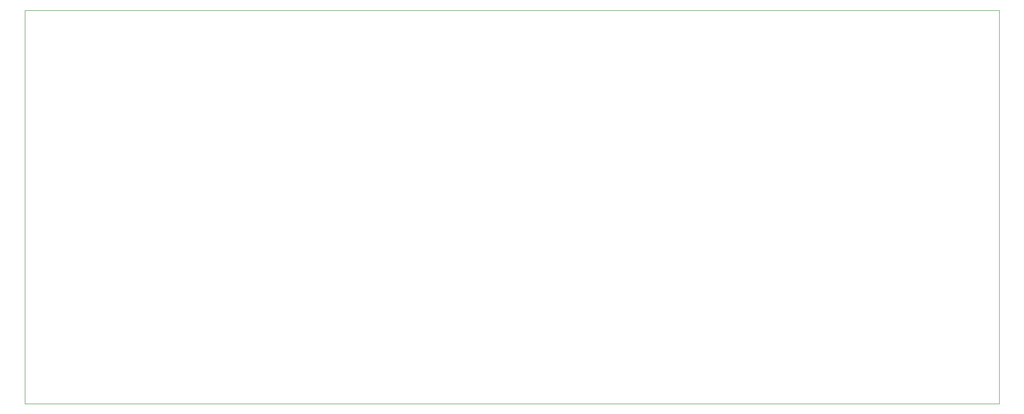
<source format=gbr>
%TF.GenerationSoftware,KiCad,Pcbnew,(6.0.7-1)-1*%
%TF.CreationDate,2022-12-02T15:50:45+01:00*%
%TF.ProjectId,3x8,3378382e-6b69-4636-9164-5f7063625858,rev?*%
%TF.SameCoordinates,Original*%
%TF.FileFunction,Profile,NP*%
%FSLAX46Y46*%
G04 Gerber Fmt 4.6, Leading zero omitted, Abs format (unit mm)*
G04 Created by KiCad (PCBNEW (6.0.7-1)-1) date 2022-12-02 15:50:45*
%MOMM*%
%LPD*%
G01*
G04 APERTURE LIST*
%TA.AperFunction,Profile*%
%ADD10C,0.100000*%
%TD*%
G04 APERTURE END LIST*
D10*
X17000000Y-100600000D02*
X193000000Y-100600000D01*
X193000000Y-100600000D02*
X193000000Y-29500000D01*
X193000000Y-29500000D02*
X17000000Y-29500000D01*
X17000000Y-29500000D02*
X17000000Y-100600000D01*
M02*

</source>
